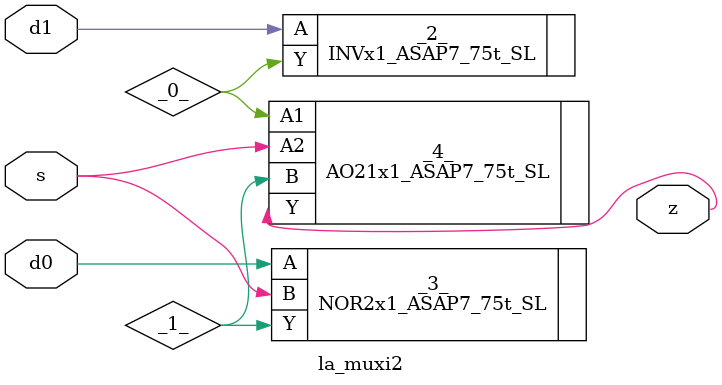
<source format=v>

/* Generated by Yosys 0.40 (git sha1 a1bb0255d, g++ 11.4.0-1ubuntu1~22.04 -fPIC -Os) */

module la_muxi2(d0, d1, s, z);
  wire _0_;
  wire _1_;
  input d0;
  wire d0;
  input d1;
  wire d1;
  input s;
  wire s;
  output z;
  wire z;
  INVx1_ASAP7_75t_SL _2_ (
    .A(d1),
    .Y(_0_)
  );
  NOR2x1_ASAP7_75t_SL _3_ (
    .A(d0),
    .B(s),
    .Y(_1_)
  );
  AO21x1_ASAP7_75t_SL _4_ (
    .A1(_0_),
    .A2(s),
    .B(_1_),
    .Y(z)
  );
endmodule

</source>
